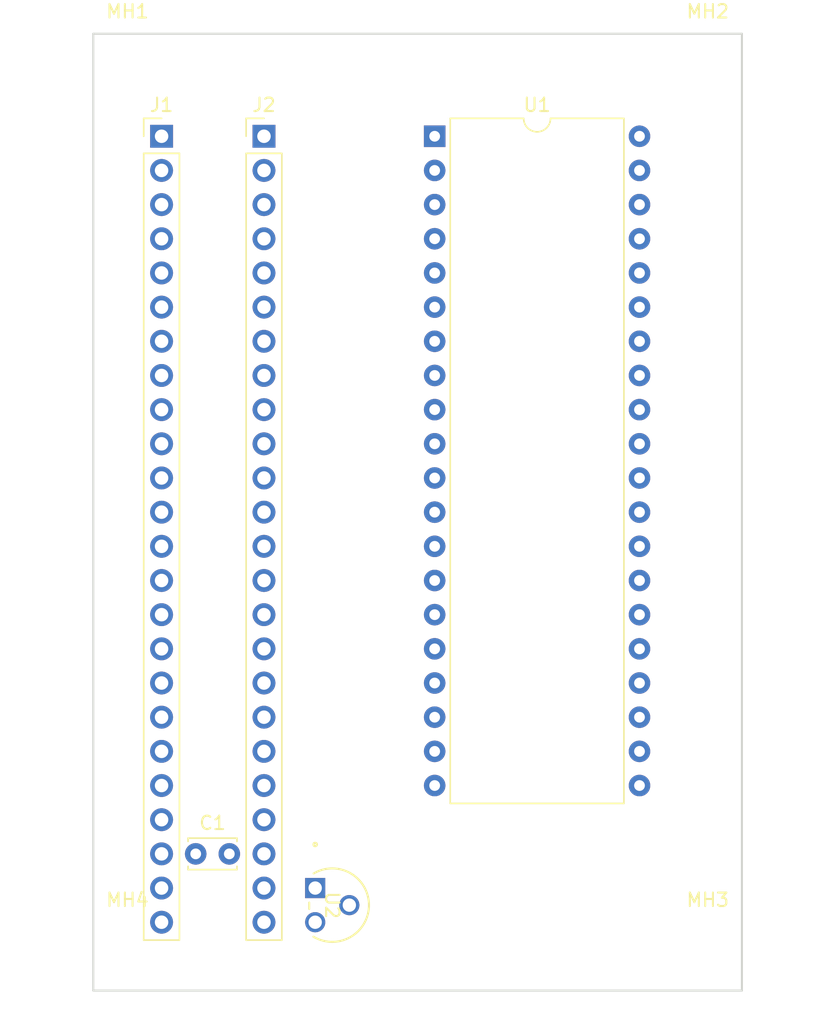
<source format=kicad_pcb>
(kicad_pcb (version 20221018) (generator pcbnew)
  (title_block (title "BionicSCN2650") (company "Tadashi G. Takaoka"))
  (layers (0 "F.Cu" signal) (31 "B.Cu" signal) (34 "B.Paste" user) (35 "F.Paste" user) (36 "B.SilkS" user "B.Silkscreen") (37 "F.SilkS" user "F.Silkscreen") (38 "B.Mask" user) (39 "F.Mask" user) (44 "Edge.Cuts" user))
  (net 0 "")
  (net 1 "VCC")
  (net 2 "GND")
  (net 3 "/P53")
  (net 5 "/P26")
  (net 6 "/P37")
  (net 7 "/P27")
  (net 8 "/P47")
  (net 9 "/P46")
  (net 10 "/P25")
  (net 11 "/P24")
  (net 12 "/P23")
  (net 13 "/P22")
  (net 14 "/P21")
  (net 15 "/P20")
  (net 16 "/P34")
  (net 17 "/P35")
  (net 18 "/P17")
  (net 19 "/P36")
  (net 20 "/P16")
  (net 21 "/P15")
  (net 22 "/P40")
  (net 23 "/P14")
  (net 24 "/P41")
  (net 25 "/P13")
  (net 26 "/P42")
  (net 27 "/P12")
  (net 28 "/P11")
  (net 29 "/P44")
  (net 30 "/P10")
  (net 31 "/P45")
  (net 32 "/P33")
  (net 33 "/P32")
  (net 34 "/P31")
  (net 35 "/P30")
  (net 36 "/P51")
  (net 37 "/P55")
  (net 38 "/P43")
  (net 39 "/P52")
  (net 40 "/P54")
  (net 41 "/P50")
  (net 43 "Net-(J2-P57)")
  (footprint "MountingHole:MountingHole_3.2mm_M3" (layer "F.Cu") (at 101 70)
    (fp_text reference "MH1" (at 0 -4.2) (layer "F.SilkS"))
    (fp_text value "MountingHole_3.2mm_M3")
    (pad "" np_thru_hole circle (at 0 0) (size 3.2 3.2) (drill 3.2) (layers "*.Cu" "*.Mask"))
  )
  (footprint "MountingHole:MountingHole_3.2mm_M3" (layer "F.Cu") (at 144.18 70)
    (fp_text reference "MH2" (at 0 -4.2) (layer "F.SilkS"))
    (fp_text value "MountingHole_3.2mm_M3")
    (pad "" np_thru_hole circle (at 0 0) (size 3.2 3.2) (drill 3.2) (layers "*.Cu" "*.Mask"))
  )
  (footprint "MountingHole:MountingHole_3.2mm_M3" (layer "F.Cu") (at 144.18 136.04)
    (fp_text reference "MH3" (at 0 -4.2) (layer "F.SilkS"))
    (fp_text value "MountingHole_3.2mm_M3")
    (pad "" np_thru_hole circle (at 0 0) (size 3.2 3.2) (drill 3.2) (layers "*.Cu" "*.Mask"))
  )
  (footprint "MountingHole:MountingHole_3.2mm_M3" (layer "F.Cu") (at 101 136.04)
    (fp_text reference "MH4" (at 0 -4.2) (layer "F.SilkS"))
    (fp_text value "MountingHole_3.2mm_M3")
    (pad "" np_thru_hole circle (at 0 0) (size 3.2 3.2) (drill 3.2) (layers "*.Cu" "*.Mask"))
  )
  (footprint "Capacitor_THT:C_Disc_D3.4mm_W2.1mm_P2.50mm" (layer "F.Cu") (at 106.08 128.42)
    (fp_text reference "C1" (at 1.25 -2.3) (layer "F.SilkS"))
    (fp_text value "0.1u")
    (fp_line (start -0.57 -1.17) (end -0.57 -0.925) (stroke (width 0.12)) (layer "F.SilkS"))
    (fp_line (start -0.57 -1.17) (end 3.07 -1.17) (stroke (width 0.12)) (layer "F.SilkS"))
    (fp_line (start -0.57 0.925) (end -0.57 1.17) (stroke (width 0.12)) (layer "F.SilkS"))
    (fp_line (start -0.57 1.17) (end 3.07 1.17) (stroke (width 0.12)) (layer "F.SilkS"))
    (fp_line (start 3.07 -1.17) (end 3.07 -0.925) (stroke (width 0.12)) (layer "F.SilkS"))
    (fp_line (start 3.07 0.925) (end 3.07 1.17) (stroke (width 0.12)) (layer "F.SilkS"))
    (pad "1" thru_hole circle (at 0 0) (size 1.6 1.6) (drill 0.8) (layers "*.Cu" "*.Mask") (net 1 "VCC"))
    (pad "2" thru_hole circle (at 2.5 0) (size 1.6 1.6) (drill 0.8) (layers "*.Cu" "*.Mask") (net 2 "GND"))
  )
  (footprint "connector:Bionic-P245_Vertical" (layer "F.Cu") (at 111.16 75.08)
    (fp_text reference "J2" (at 0 -2.33) (layer "F.SilkS"))
    (fp_text value "Bionic-P245")
    (fp_line (start -1.33 -1.33) (end 0 -1.33) (stroke (width 0.12)) (layer "F.SilkS"))
    (fp_line (start -1.33 0) (end -1.33 -1.33) (stroke (width 0.12)) (layer "F.SilkS"))
    (fp_line (start -1.33 1.27) (end -1.33 59.75) (stroke (width 0.12)) (layer "F.SilkS"))
    (fp_line (start -1.33 1.27) (end 1.33 1.27) (stroke (width 0.12)) (layer "F.SilkS"))
    (fp_line (start -1.33 59.75) (end 1.33 59.75) (stroke (width 0.12)) (layer "F.SilkS"))
    (fp_line (start 1.33 1.27) (end 1.33 59.75) (stroke (width 0.12)) (layer "F.SilkS"))
    (pad "25" thru_hole oval (at 0 58.42) (size 1.7 1.7) (drill 1) (layers "*.Cu" "*.Mask") (net 1 "VCC"))
    (pad "26" thru_hole oval (at 0 55.88) (size 1.7 1.7) (drill 1) (layers "*.Cu" "*.Mask") (net 43 "Net-(J2-P57)"))
    (pad "27" thru_hole oval (at 0 53.34) (size 1.7 1.7) (drill 1) (layers "*.Cu" "*.Mask"))
    (pad "28" thru_hole oval (at 0 50.8) (size 1.7 1.7) (drill 1) (layers "*.Cu" "*.Mask") (net 37 "/P55"))
    (pad "29" thru_hole oval (at 0 48.26) (size 1.7 1.7) (drill 1) (layers "*.Cu" "*.Mask") (net 40 "/P54"))
    (pad "30" thru_hole oval (at 0 45.72) (size 1.7 1.7) (drill 1) (layers "*.Cu" "*.Mask"))
    (pad "31" thru_hole oval (at 0 43.18) (size 1.7 1.7) (drill 1) (layers "*.Cu" "*.Mask") (net 8 "/P47"))
    (pad "32" thru_hole oval (at 0 40.64) (size 1.7 1.7) (drill 1) (layers "*.Cu" "*.Mask") (net 9 "/P46"))
    (pad "33" thru_hole oval (at 0 38.1) (size 1.7 1.7) (drill 1) (layers "*.Cu" "*.Mask") (net 31 "/P45"))
    (pad "34" thru_hole oval (at 0 35.56) (size 1.7 1.7) (drill 1) (layers "*.Cu" "*.Mask") (net 29 "/P44"))
    (pad "35" thru_hole oval (at 0 33.02) (size 1.7 1.7) (drill 1) (layers "*.Cu" "*.Mask") (net 38 "/P43"))
    (pad "36" thru_hole oval (at 0 30.48) (size 1.7 1.7) (drill 1) (layers "*.Cu" "*.Mask") (net 26 "/P42"))
    (pad "37" thru_hole oval (at 0 27.94) (size 1.7 1.7) (drill 1) (layers "*.Cu" "*.Mask") (net 24 "/P41"))
    (pad "38" thru_hole oval (at 0 25.4) (size 1.7 1.7) (drill 1) (layers "*.Cu" "*.Mask") (net 22 "/P40"))
    (pad "39" thru_hole oval (at 0 22.86) (size 1.7 1.7) (drill 1) (layers "*.Cu" "*.Mask"))
    (pad "40" thru_hole oval (at 0 20.32) (size 1.7 1.7) (drill 1) (layers "*.Cu" "*.Mask") (net 7 "/P27"))
    (pad "41" thru_hole oval (at 0 17.78) (size 1.7 1.7) (drill 1) (layers "*.Cu" "*.Mask") (net 5 "/P26"))
    (pad "42" thru_hole oval (at 0 15.24) (size 1.7 1.7) (drill 1) (layers "*.Cu" "*.Mask") (net 10 "/P25"))
    (pad "43" thru_hole oval (at 0 12.7) (size 1.7 1.7) (drill 1) (layers "*.Cu" "*.Mask") (net 11 "/P24"))
    (pad "44" thru_hole oval (at 0 10.16) (size 1.7 1.7) (drill 1) (layers "*.Cu" "*.Mask") (net 12 "/P23"))
    (pad "45" thru_hole oval (at 0 7.62) (size 1.7 1.7) (drill 1) (layers "*.Cu" "*.Mask") (net 13 "/P22"))
    (pad "46" thru_hole oval (at 0 5.08) (size 1.7 1.7) (drill 1) (layers "*.Cu" "*.Mask") (net 14 "/P21"))
    (pad "47" thru_hole oval (at 0 2.54) (size 1.7 1.7) (drill 1) (layers "*.Cu" "*.Mask") (net 15 "/P20"))
    (pad "48" thru_hole rect (at 0 0) (size 1.7 1.7) (drill 1) (layers "*.Cu" "*.Mask") (net 2 "GND"))
  )
  (footprint "Package_DIP:DIP-40_W15.24mm" (layer "F.Cu") (at 123.86 75.08)
    (fp_text reference "U1" (at 7.62 -2.33) (layer "F.SilkS"))
    (fp_text value "SCN2650A")
    (fp_line (start 1.16 -1.33) (end 1.16 49.59) (stroke (width 0.12)) (layer "F.SilkS"))
    (fp_line (start 1.16 49.59) (end 14.08 49.59) (stroke (width 0.12)) (layer "F.SilkS"))
    (fp_line (start 6.62 -1.33) (end 1.16 -1.33) (stroke (width 0.12)) (layer "F.SilkS"))
    (fp_line (start 14.08 -1.33) (end 8.62 -1.33) (stroke (width 0.12)) (layer "F.SilkS"))
    (fp_line (start 14.08 49.59) (end 14.08 -1.33) (stroke (width 0.12)) (layer "F.SilkS"))
    (fp_arc (start 8.62 -1.33) (mid 7.62 -0.33) (end 6.62 -1.33) (stroke (width 0.12)) (layer "F.SilkS"))
    (pad "1" thru_hole rect (at 0 0) (size 1.6 1.6) (drill 0.8) (layers "*.Cu" "*.Mask") (net 31 "/P45"))
    (pad "2" thru_hole oval (at 0 2.54) (size 1.6 1.6) (drill 0.8) (layers "*.Cu" "*.Mask") (net 16 "/P34"))
    (pad "3" thru_hole oval (at 0 5.08) (size 1.6 1.6) (drill 0.8) (layers "*.Cu" "*.Mask") (net 32 "/P33"))
    (pad "4" thru_hole oval (at 0 7.62) (size 1.6 1.6) (drill 0.8) (layers "*.Cu" "*.Mask") (net 33 "/P32"))
    (pad "5" thru_hole oval (at 0 10.16) (size 1.6 1.6) (drill 0.8) (layers "*.Cu" "*.Mask") (net 34 "/P31"))
    (pad "6" thru_hole oval (at 0 12.7) (size 1.6 1.6) (drill 0.8) (layers "*.Cu" "*.Mask") (net 35 "/P30"))
    (pad "7" thru_hole oval (at 0 15.24) (size 1.6 1.6) (drill 0.8) (layers "*.Cu" "*.Mask") (net 7 "/P27"))
    (pad "8" thru_hole oval (at 0 17.78) (size 1.6 1.6) (drill 0.8) (layers "*.Cu" "*.Mask") (net 5 "/P26"))
    (pad "9" thru_hole oval (at 0 20.32) (size 1.6 1.6) (drill 0.8) (layers "*.Cu" "*.Mask") (net 10 "/P25"))
    (pad "10" thru_hole oval (at 0 22.86) (size 1.6 1.6) (drill 0.8) (layers "*.Cu" "*.Mask") (net 11 "/P24"))
    (pad "11" thru_hole oval (at 0 25.4) (size 1.6 1.6) (drill 0.8) (layers "*.Cu" "*.Mask") (net 12 "/P23"))
    (pad "12" thru_hole oval (at 0 27.94) (size 1.6 1.6) (drill 0.8) (layers "*.Cu" "*.Mask") (net 13 "/P22"))
    (pad "13" thru_hole oval (at 0 30.48) (size 1.6 1.6) (drill 0.8) (layers "*.Cu" "*.Mask") (net 14 "/P21"))
    (pad "14" thru_hole oval (at 0 33.02) (size 1.6 1.6) (drill 0.8) (layers "*.Cu" "*.Mask") (net 15 "/P20"))
    (pad "15" thru_hole oval (at 0 35.56) (size 1.6 1.6) (drill 0.8) (layers "*.Cu" "*.Mask") (net 40 "/P54"))
    (pad "16" thru_hole oval (at 0 38.1) (size 1.6 1.6) (drill 0.8) (layers "*.Cu" "*.Mask") (net 3 "/P53"))
    (pad "17" thru_hole oval (at 0 40.64) (size 1.6 1.6) (drill 0.8) (layers "*.Cu" "*.Mask") (net 26 "/P42"))
    (pad "18" thru_hole oval (at 0 43.18) (size 1.6 1.6) (drill 0.8) (layers "*.Cu" "*.Mask") (net 19 "/P36"))
    (pad "19" thru_hole oval (at 0 45.72) (size 1.6 1.6) (drill 0.8) (layers "*.Cu" "*.Mask") (net 17 "/P35"))
    (pad "20" thru_hole oval (at 0 48.26) (size 1.6 1.6) (drill 0.8) (layers "*.Cu" "*.Mask") (net 6 "/P37"))
    (pad "21" thru_hole oval (at 15.24 48.26) (size 1.6 1.6) (drill 0.8) (layers "*.Cu" "*.Mask") (net 2 "GND"))
    (pad "22" thru_hole oval (at 15.24 45.72) (size 1.6 1.6) (drill 0.8) (layers "*.Cu" "*.Mask") (net 36 "/P51"))
    (pad "23" thru_hole oval (at 15.24 43.18) (size 1.6 1.6) (drill 0.8) (layers "*.Cu" "*.Mask") (net 24 "/P41"))
    (pad "24" thru_hole oval (at 15.24 40.64) (size 1.6 1.6) (drill 0.8) (layers "*.Cu" "*.Mask") (net 41 "/P50"))
    (pad "25" thru_hole oval (at 15.24 38.1) (size 1.6 1.6) (drill 0.8) (layers "*.Cu" "*.Mask") (net 39 "/P52"))
    (pad "26" thru_hole oval (at 15.24 35.56) (size 1.6 1.6) (drill 0.8) (layers "*.Cu" "*.Mask") (net 18 "/P17"))
    (pad "27" thru_hole oval (at 15.24 33.02) (size 1.6 1.6) (drill 0.8) (layers "*.Cu" "*.Mask") (net 20 "/P16"))
    (pad "28" thru_hole oval (at 15.24 30.48) (size 1.6 1.6) (drill 0.8) (layers "*.Cu" "*.Mask") (net 21 "/P15"))
    (pad "29" thru_hole oval (at 15.24 27.94) (size 1.6 1.6) (drill 0.8) (layers "*.Cu" "*.Mask") (net 23 "/P14"))
    (pad "30" thru_hole oval (at 15.24 25.4) (size 1.6 1.6) (drill 0.8) (layers "*.Cu" "*.Mask") (net 25 "/P13"))
    (pad "31" thru_hole oval (at 15.24 22.86) (size 1.6 1.6) (drill 0.8) (layers "*.Cu" "*.Mask") (net 27 "/P12"))
    (pad "32" thru_hole oval (at 15.24 20.32) (size 1.6 1.6) (drill 0.8) (layers "*.Cu" "*.Mask") (net 28 "/P11"))
    (pad "33" thru_hole oval (at 15.24 17.78) (size 1.6 1.6) (drill 0.8) (layers "*.Cu" "*.Mask") (net 30 "/P10"))
    (pad "34" thru_hole oval (at 15.24 15.24) (size 1.6 1.6) (drill 0.8) (layers "*.Cu" "*.Mask") (net 38 "/P43"))
    (pad "35" thru_hole oval (at 15.24 12.7) (size 1.6 1.6) (drill 0.8) (layers "*.Cu" "*.Mask") (net 8 "/P47"))
    (pad "36" thru_hole oval (at 15.24 10.16) (size 1.6 1.6) (drill 0.8) (layers "*.Cu" "*.Mask") (net 37 "/P55"))
    (pad "37" thru_hole oval (at 15.24 7.62) (size 1.6 1.6) (drill 0.8) (layers "*.Cu" "*.Mask") (net 22 "/P40"))
    (pad "38" thru_hole oval (at 15.24 5.08) (size 1.6 1.6) (drill 0.8) (layers "*.Cu" "*.Mask") (net 9 "/P46"))
    (pad "39" thru_hole oval (at 15.24 2.54) (size 1.6 1.6) (drill 0.8) (layers "*.Cu" "*.Mask") (net 1 "VCC"))
    (pad "40" thru_hole oval (at 15.24 0) (size 1.6 1.6) (drill 0.8) (layers "*.Cu" "*.Mask") (net 29 "/P44"))
  )
  (footprint "connector:Bionic-P135_Vertical" (layer "F.Cu") (at 103.54 75.08)
    (fp_text reference "J1" (at 0 -2.33) (layer "F.SilkS"))
    (fp_text value "Bionic-P135")
    (fp_line (start -1.33 -1.33) (end 0 -1.33) (stroke (width 0.12)) (layer "F.SilkS"))
    (fp_line (start -1.33 0) (end -1.33 -1.33) (stroke (width 0.12)) (layer "F.SilkS"))
    (fp_line (start -1.33 1.27) (end -1.33 59.75) (stroke (width 0.12)) (layer "F.SilkS"))
    (fp_line (start -1.33 1.27) (end 1.33 1.27) (stroke (width 0.12)) (layer "F.SilkS"))
    (fp_line (start -1.33 59.75) (end 1.33 59.75) (stroke (width 0.12)) (layer "F.SilkS"))
    (fp_line (start 1.33 1.27) (end 1.33 59.75) (stroke (width 0.12)) (layer "F.SilkS"))
    (pad "1" thru_hole rect (at 0 0) (size 1.7 1.7) (drill 1) (layers "*.Cu" "*.Mask") (net 2 "GND"))
    (pad "2" thru_hole oval (at 0 2.54) (size 1.7 1.7) (drill 1) (layers "*.Cu" "*.Mask") (net 30 "/P10"))
    (pad "3" thru_hole oval (at 0 5.08) (size 1.7 1.7) (drill 1) (layers "*.Cu" "*.Mask") (net 28 "/P11"))
    (pad "4" thru_hole oval (at 0 7.62) (size 1.7 1.7) (drill 1) (layers "*.Cu" "*.Mask") (net 27 "/P12"))
    (pad "5" thru_hole oval (at 0 10.16) (size 1.7 1.7) (drill 1) (layers "*.Cu" "*.Mask") (net 25 "/P13"))
    (pad "6" thru_hole oval (at 0 12.7) (size 1.7 1.7) (drill 1) (layers "*.Cu" "*.Mask") (net 23 "/P14"))
    (pad "7" thru_hole oval (at 0 15.24) (size 1.7 1.7) (drill 1) (layers "*.Cu" "*.Mask") (net 21 "/P15"))
    (pad "8" thru_hole oval (at 0 17.78) (size 1.7 1.7) (drill 1) (layers "*.Cu" "*.Mask") (net 20 "/P16"))
    (pad "9" thru_hole oval (at 0 20.32) (size 1.7 1.7) (drill 1) (layers "*.Cu" "*.Mask") (net 18 "/P17"))
    (pad "10" thru_hole oval (at 0 22.86) (size 1.7 1.7) (drill 1) (layers "*.Cu" "*.Mask"))
    (pad "11" thru_hole oval (at 0 25.4) (size 1.7 1.7) (drill 1) (layers "*.Cu" "*.Mask") (net 35 "/P30"))
    (pad "12" thru_hole oval (at 0 27.94) (size 1.7 1.7) (drill 1) (layers "*.Cu" "*.Mask") (net 34 "/P31"))
    (pad "13" thru_hole oval (at 0 30.48) (size 1.7 1.7) (drill 1) (layers "*.Cu" "*.Mask") (net 33 "/P32"))
    (pad "14" thru_hole oval (at 0 33.02) (size 1.7 1.7) (drill 1) (layers "*.Cu" "*.Mask") (net 32 "/P33"))
    (pad "15" thru_hole oval (at 0 35.56) (size 1.7 1.7) (drill 1) (layers "*.Cu" "*.Mask") (net 16 "/P34"))
    (pad "16" thru_hole oval (at 0 38.1) (size 1.7 1.7) (drill 1) (layers "*.Cu" "*.Mask") (net 17 "/P35"))
    (pad "17" thru_hole oval (at 0 40.64) (size 1.7 1.7) (drill 1) (layers "*.Cu" "*.Mask") (net 19 "/P36"))
    (pad "18" thru_hole oval (at 0 43.18) (size 1.7 1.7) (drill 1) (layers "*.Cu" "*.Mask") (net 6 "/P37"))
    (pad "19" thru_hole oval (at 0 45.72) (size 1.7 1.7) (drill 1) (layers "*.Cu" "*.Mask"))
    (pad "20" thru_hole oval (at 0 48.26) (size 1.7 1.7) (drill 1) (layers "*.Cu" "*.Mask") (net 41 "/P50"))
    (pad "21" thru_hole oval (at 0 50.8) (size 1.7 1.7) (drill 1) (layers "*.Cu" "*.Mask") (net 36 "/P51"))
    (pad "22" thru_hole oval (at 0 53.34) (size 1.7 1.7) (drill 1) (layers "*.Cu" "*.Mask") (net 39 "/P52"))
    (pad "23" thru_hole oval (at 0 55.88) (size 1.7 1.7) (drill 1) (layers "*.Cu" "*.Mask") (net 3 "/P53"))
    (pad "24" thru_hole oval (at 0 58.42) (size 1.7 1.7) (drill 1) (layers "*.Cu" "*.Mask") (net 1 "VCC"))
  )
  (footprint "microchip:TO-92_MC_MCH" (layer "F.Cu") (at 114.97 130.96 -90)
    (fp_text reference "U2" (at 1.27 -1.27 -90 unlocked) (layer "F.SilkS"))
    (fp_text value "11AA010-I/TO")
    (fp_line (start 1.08204 0.4445) (end 1.553476 0.4445) (stroke (width 0.1524)) (layer "F.SilkS"))
    (fp_arc (start -1.08204 0.116917) (mid 0.551186 -3.904186) (end 4.0005 -1.27) (stroke (width 0.1524)) (layer "F.SilkS"))
    (fp_arc (start 4.0005 -1.269999) (mid 3.90215 -0.543764) (end 3.614184 0.130155) (stroke (width 0.1524)) (layer "F.SilkS"))
    (fp_circle (center -3.2385 0) (end -3.1115 0) (stroke (width 0.1524)) (fill none) (layer "F.SilkS"))
    (pad "1" thru_hole rect (at 0 0 270) (size 1.4986 1.4986) (drill 0.9906) (layers "*.Cu" "*.Mask") (net 2 "GND"))
    (pad "2" thru_hole circle (at 1.27 -2.54 270) (size 1.4986 1.4986) (drill 0.9906) (layers "*.Cu" "*.Mask") (net 43 "Net-(J2-P57)"))
    (pad "3" thru_hole circle (at 2.54 0 270) (size 1.4986 1.4986) (drill 0.9906) (layers "*.Cu" "*.Mask") (net 1 "VCC"))
  )
  (gr_line (start 98.46 138.58) (end 98.46 67.46) (stroke (width 0.15)) (layer "Edge.Cuts"))
  (gr_line (start 146.72 138.58) (end 98.46 138.58) (stroke (width 0.15)) (layer "Edge.Cuts"))
  (gr_line (start 98.46 67.46) (end 146.72 67.46) (stroke (width 0.15)) (layer "Edge.Cuts"))
  (gr_line (start 146.72 67.46) (end 146.72 138.58) (stroke (width 0.15)) (layer "Edge.Cuts"))
)
</source>
